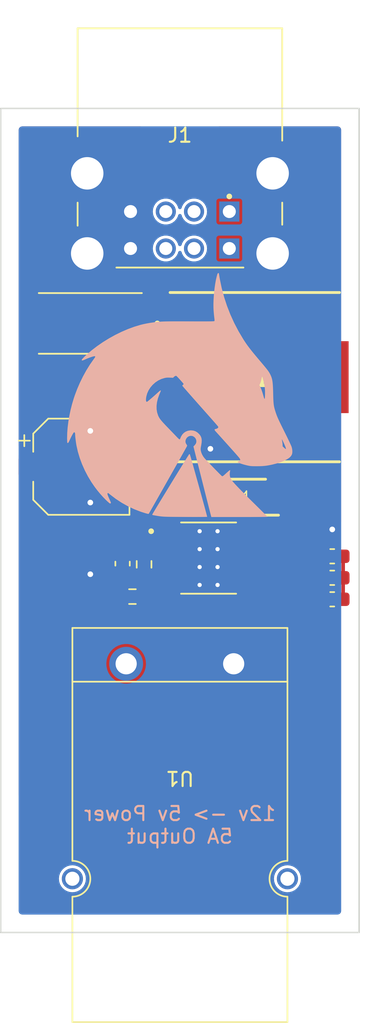
<source format=kicad_pcb>
(kicad_pcb (version 20211014) (generator pcbnew)
  (layers (0 "F.Cu" signal) (31 "B.Cu" signal) (34 "B.Paste" user) (35 "F.Paste" user) (36 "B.SilkS" user "B.Silkscreen") (37 "F.SilkS" user "F.Silkscreen") (38 "B.Mask" user) (39 "F.Mask" user) (44 "Edge.Cuts" user))
  (net 0 "")
  (net 1 "Net-(C2-Pad1)")
  (net 2 "+12V")
  (net 3 "GND")
  (net 4 "+5V")
  (net 5 "Net-(R1-Pad1)")
  (net 13 "/PH")
  (footprint "01-rickbassham:CONV_TPS5450DDAR" (layer "F.Cu") (at 80.772 102.997)
    (fp_text reference "U4" hide)
    (fp_text value "TPS5450DDAR")
    (fp_line (start -1.95 2.525) (end 1.95 2.525) (layer "F.SilkS") (width 0.127))
    (fp_line (start -1.95 -2.525) (end 1.95 -2.525) (layer "F.SilkS") (width 0.127))
    (fp_circle (center -4.07 -1.905) (end -3.97 -1.905) (layer "F.SilkS") (width 0.2) (fill none))
    (pad "1" smd roundrect (at -2.7 -1.905) (size 1.55 0.6) (layers "F.Cu" "F.Paste") (roundrect_rratio 0.03) (net 1 "Net-(C2-Pad1)"))
    (pad "2" smd roundrect (at -2.7 -0.635) (size 1.55 0.6) (layers "F.Cu" "F.Paste") (roundrect_rratio 0.03))
    (pad "3" smd roundrect (at -2.7 0.635) (size 1.55 0.6) (layers "F.Cu" "F.Paste") (roundrect_rratio 0.03))
    (pad "4" smd roundrect (at -2.7 1.905) (size 1.55 0.6) (layers "F.Cu" "F.Paste") (roundrect_rratio 0.03) (net 5 "Net-(R1-Pad1)"))
    (pad "5" smd roundrect (at 2.7 1.905) (size 1.55 0.6) (layers "F.Cu" "F.Paste") (roundrect_rratio 0.03))
    (pad "6" smd roundrect (at 2.7 0.635) (size 1.55 0.6) (layers "F.Cu" "F.Paste") (roundrect_rratio 0.03) (net 3 "GND"))
    (pad "7" smd roundrect (at 2.7 -0.635) (size 1.55 0.6) (layers "F.Cu" "F.Paste") (roundrect_rratio 0.03) (net 2 "+12V"))
    (pad "8" smd roundrect (at 2.7 -1.905) (size 1.55 0.6) (layers "F.Cu" "F.Paste") (roundrect_rratio 0.03) (net 13 "/PH"))
    (pad "9" smd rect (at 0 0) (size 2.95 4.9) (layers "F.Cu") (net 3 "GND"))
    (pad "9" thru_hole circle (at -0.635 -1.905) (size 0.5 0.5) (drill 0.3) (layers *.Cu) (net 3 "GND"))
    (pad "9" thru_hole circle (at 0.635 1.905) (size 0.5 0.5) (drill 0.3) (layers *.Cu) (net 3 "GND"))
    (pad "9" thru_hole circle (at -0.635 0.635) (size 0.5 0.5) (drill 0.3) (layers *.Cu) (net 3 "GND"))
    (pad "9" thru_hole circle (at 0.635 -1.905) (size 0.5 0.5) (drill 0.3) (layers *.Cu) (net 3 "GND"))
    (pad "9" thru_hole circle (at -0.635 -0.635) (size 0.5 0.5) (drill 0.3) (layers *.Cu) (net 3 "GND"))
    (pad "9" thru_hole circle (at 0.635 0.635) (size 0.5 0.5) (drill 0.3) (layers *.Cu) (net 3 "GND"))
    (pad "9" thru_hole circle (at -0.635 1.905) (size 0.5 0.5) (drill 0.3) (layers *.Cu) (net 3 "GND"))
    (pad "9" thru_hole circle (at 0.635 -0.635) (size 0.5 0.5) (drill 0.3) (layers *.Cu) (net 3 "GND"))
  )
  (footprint "01-rickbassham:INDPM120120X800N" (layer "F.Cu") (at 84.044 90.17 180)
    (fp_text reference "L1" (at 0 0) (layer "F.SilkS") (effects (font (size 1.27 1.27) (thickness 0.254))))
    (fp_text value "15uH" hide)
    (fp_line (start -6 6) (end 6 6) (layer "F.SilkS") (width 0.2))
    (fp_line (start 6 -6) (end -6 -6) (layer "F.SilkS") (width 0.2))
    (pad "1" smd rect (at -5.05 0 180) (size 3.2 5.1) (layers "F.Cu" "F.Paste" "F.Mask") (net 13 "/PH"))
    (pad "2" smd rect (at 5.05 0 180) (size 3.2 5.1) (layers "F.Cu" "F.Paste" "F.Mask") (net 4 "+5V"))
  )
  (footprint "01-rickbassham:CAP_6TPB330ML" (layer "F.Cu") (at 72.39 86.36 180)
    (fp_text reference "C6" (at -2.468 -3.0564 180) (layer "F.SilkS") (effects (font (size 0.64 0.64))))
    (fp_text value "330uF")
    (fp_line (start -3.65 2.15) (end 3.65 2.15) (layer "F.SilkS") (width 0.127))
    (fp_line (start -3.65 -2.15) (end 3.65 -2.15) (layer "F.SilkS") (width 0.127))
    (fp_circle (center -4.75 0) (end -4.65 0) (layer "F.SilkS") (width 0.2) (fill none))
    (pad "1" smd rect (at -3.05 0 180) (size 2.4 2.9) (layers "F.Cu" "F.Paste" "F.Mask") (net 4 "+5V"))
    (pad "2" smd rect (at 3.05 0 180) (size 2.4 2.9) (layers "F.Cu" "F.Paste" "F.Mask") (net 3 "GND"))
  )
  (footprint "01-rickbassham:SODFL4626X120N" (layer "F.Cu") (at 83.058 98.679 180)
    (fp_text reference "D1" (at 0 0) (layer "F.SilkS") (effects (font (size 0.8 0.8) (thickness 0.1))))
    (fp_text value "40V_5A" hide)
    (fp_line (start -2.665 -1.275) (end 1.75 -1.275) (layer "F.SilkS") (width 0.2))
    (fp_line (start -1.75 1.275) (end 1.75 1.275) (layer "F.SilkS") (width 0.2))
    (pad "1" smd rect (at -1.9 0 180) (size 1.53 1.63) (layers "F.Cu" "F.Paste" "F.Mask") (net 13 "/PH"))
    (pad "2" smd rect (at 1.9 0 180) (size 1.53 1.63) (layers "F.Cu" "F.Paste" "F.Mask") (net 3 "GND"))
  )
  (footprint "Capacitor_SMD:C_0603_1608Metric" (layer "F.Cu") (at 89.535 102.87)
    (fp_text reference "C4" hide)
    (fp_text value "4.7uF")
    (fp_line (start -0.14058 -0.51) (end 0.14058 -0.51) (layer "F.SilkS") (width 0.12))
    (fp_line (start -0.14058 0.51) (end 0.14058 0.51) (layer "F.SilkS") (width 0.12))
    (pad "1" smd roundrect (at -0.775 0) (size 0.9 0.95) (layers "F.Cu" "F.Paste" "F.Mask") (net 2 "+12V"))
    (pad "2" smd roundrect (at 0.775 0) (size 0.9 0.95) (layers "F.Cu" "F.Paste" "F.Mask") (net 3 "GND"))
  )
  (footprint "Capacitor_SMD:CP_Elec_6.3x7.7" (layer "F.Cu") (at 71.755 96.52)
    (fp_text reference "C1" hide)
    (fp_text value "470uF")
    (fp_line (start -2.345563 -3.41) (end 3.41 -3.41) (layer "F.SilkS") (width 0.12))
    (fp_line (start 3.41 3.41) (end 3.41 1.06) (layer "F.SilkS") (width 0.12))
    (fp_line (start -3.41 -2.345563) (end -2.345563 -3.41) (layer "F.SilkS") (width 0.12))
    (fp_line (start -4.4375 -1.8475) (end -3.65 -1.8475) (layer "F.SilkS") (width 0.12))
    (fp_line (start -2.345563 3.41) (end 3.41 3.41) (layer "F.SilkS") (width 0.12))
    (fp_line (start -3.41 2.345563) (end -2.345563 3.41) (layer "F.SilkS") (width 0.12))
    (fp_line (start -3.41 2.345563) (end -3.41 1.06) (layer "F.SilkS") (width 0.12))
    (fp_line (start -3.41 -2.345563) (end -3.41 -1.06) (layer "F.SilkS") (width 0.12))
    (fp_line (start -4.04375 -2.24125) (end -4.04375 -1.45375) (layer "F.SilkS") (width 0.12))
    (fp_line (start 3.41 -3.41) (end 3.41 -1.06) (layer "F.SilkS") (width 0.12))
    (pad "1" smd roundrect (at -2.7 0) (size 3.5 1.6) (layers "F.Cu" "F.Paste" "F.Mask") (roundrect_rratio 0.15625) (net 2 "+12V"))
    (pad "2" smd roundrect (at 2.7 0) (size 3.5 1.6) (layers "F.Cu" "F.Paste" "F.Mask") (roundrect_rratio 0.15625) (net 3 "GND"))
  )
  (footprint "Capacitor_SMD:C_0603_1608Metric" (layer "F.Cu") (at 74.676 103.391 -90)
    (fp_text reference "C7" hide)
    (fp_text value "0.01uF")
    (fp_line (start -0.14058 -0.51) (end 0.14058 -0.51) (layer "F.SilkS") (width 0.12))
    (fp_line (start -0.14058 0.51) (end 0.14058 0.51) (layer "F.SilkS") (width 0.12))
    (pad "1" smd roundrect (at -0.775 0 270) (size 0.9 0.95) (layers "F.Cu" "F.Paste" "F.Mask") (net 4 "+5V"))
    (pad "2" smd roundrect (at 0.775 0 270) (size 0.9 0.95) (layers "F.Cu" "F.Paste" "F.Mask") (net 3 "GND"))
  )
  (footprint "Capacitor_SMD:C_0603_1608Metric" (layer "F.Cu") (at 89.535 105.918)
    (fp_text reference "C5" hide)
    (fp_text value "0.01uF")
    (fp_line (start -0.14058 -0.51) (end 0.14058 -0.51) (layer "F.SilkS") (width 0.12))
    (fp_line (start -0.14058 0.51) (end 0.14058 0.51) (layer "F.SilkS") (width 0.12))
    (pad "1" smd roundrect (at -0.775 0) (size 0.9 0.95) (layers "F.Cu" "F.Paste" "F.Mask") (net 2 "+12V"))
    (pad "2" smd roundrect (at 0.775 0) (size 0.9 0.95) (layers "F.Cu" "F.Paste" "F.Mask") (net 3 "GND"))
  )
  (footprint "Capacitor_SMD:C_0603_1608Metric" (layer "F.Cu") (at 78.613 99.441)
    (fp_text reference "C2" hide)
    (fp_text value "0.01uF")
    (fp_line (start -0.14058 -0.51) (end 0.14058 -0.51) (layer "F.SilkS") (width 0.12))
    (fp_line (start -0.14058 0.51) (end 0.14058 0.51) (layer "F.SilkS") (width 0.12))
    (pad "1" smd roundrect (at -0.775 0) (size 0.9 0.95) (layers "F.Cu" "F.Paste" "F.Mask") (net 1 "Net-(C2-Pad1)"))
    (pad "2" smd roundrect (at 0.775 0) (size 0.9 0.95) (layers "F.Cu" "F.Paste" "F.Mask") (net 13 "/PH"))
  )
  (footprint "Resistor_SMD:R_0603_1608Metric" (layer "F.Cu") (at 75.375 105.727)
    (fp_text reference "R2" hide)
    (fp_text value "3.16k")
    (fp_line (start -0.237258 -0.5225) (end 0.237258 -0.5225) (layer "F.SilkS") (width 0.12))
    (fp_line (start -0.237258 0.5225) (end 0.237258 0.5225) (layer "F.SilkS") (width 0.12))
    (pad "1" smd roundrect (at -0.825 0) (size 0.8 0.95) (layers "F.Cu" "F.Paste" "F.Mask") (net 3 "GND"))
    (pad "2" smd roundrect (at 0.825 0) (size 0.8 0.95) (layers "F.Cu" "F.Paste" "F.Mask") (net 5 "Net-(R1-Pad1)"))
  )
  (footprint "01-rickbassham:PP25-1317G12-BK" (layer "F.Cu") (at 78.74 118.11 180)
    (fp_text reference "U1" (at 0 -0.5 180 unlocked) (layer "F.SilkS"))
    (fp_text value "PP25-1317G12-BK")
    (fp_line (start -7.62 10.16) (end 7.62 10.16) (layer "F.SilkS") (width 0.12))
    (fp_line (start -7.62 -6.35) (end -7.62 10.16) (layer "F.SilkS") (width 0.12))
    (fp_line (start 7.62 -17.78) (end 7.62 -8.89) (layer "F.SilkS") (width 0.12))
    (fp_line (start -7.62 -17.78) (end -7.62 -8.89) (layer "F.SilkS") (width 0.12))
    (fp_line (start 7.62 -6.35) (end 7.62 10.16) (layer "F.SilkS") (width 0.12))
    (fp_line (start -7.62 6.35) (end 7.62 6.35) (layer "F.SilkS") (width 0.12))
    (fp_line (start -7.62 -17.78) (end 7.62 -17.78) (layer "F.SilkS") (width 0.12))
    (fp_arc (start -7.62 -8.89) (mid -6.35 -7.62) (end -7.62 -6.35) (layer "F.SilkS") (width 0.12))
    (fp_arc (start 7.62 -6.35) (mid 6.35 -7.62) (end 7.62 -8.89) (layer "F.SilkS") (width 0.12))
    (pad "" thru_hole circle (at 7.62 -7.62 180) (size 1.5 1.5) (drill 1) (layers *.Cu *.Mask))
    (pad "" thru_hole circle (at -7.62 -7.62 180) (size 1.5 1.5) (drill 1) (layers *.Cu *.Mask))
    (pad "1" thru_hole circle (at 3.81 7.62 180) (size 2.4 2.4) (drill 1.5) (layers *.Cu *.Mask) (net 2 "+12V"))
    (pad "2" thru_hole circle (at -3.81 7.62 180) (size 2.4 2.4) (drill 1.5) (layers *.Cu *.Mask) (net 3 "GND"))
  )
  (footprint "Capacitor_SMD:C_0603_1608Metric" (layer "F.Cu") (at 89.535 104.394)
    (fp_text reference "C3" hide)
    (fp_text value "4.7uF")
    (fp_line (start -0.14058 0.51) (end 0.14058 0.51) (layer "F.SilkS") (width 0.12))
    (fp_line (start -0.14058 -0.51) (end 0.14058 -0.51) (layer "F.SilkS") (width 0.12))
    (pad "1" smd roundrect (at -0.775 0) (size 0.9 0.95) (layers "F.Cu" "F.Paste" "F.Mask") (net 2 "+12V"))
    (pad "2" smd roundrect (at 0.775 0) (size 0.9 0.95) (layers "F.Cu" "F.Paste" "F.Mask") (net 3 "GND"))
  )
  (footprint "Resistor_SMD:R_0603_1608Metric" (layer "F.Cu") (at 76.2 103.441 90)
    (fp_text reference "R1" hide)
    (fp_text value "10k")
    (fp_line (start -0.237258 -0.5225) (end 0.237258 -0.5225) (layer "F.SilkS") (width 0.12))
    (fp_line (start -0.237258 0.5225) (end 0.237258 0.5225) (layer "F.SilkS") (width 0.12))
    (pad "1" smd roundrect (at -0.825 0 90) (size 0.8 0.95) (layers "F.Cu" "F.Paste" "F.Mask") (net 5 "Net-(R1-Pad1)"))
    (pad "2" smd roundrect (at 0.825 0 90) (size 0.8 0.95) (layers "F.Cu" "F.Paste" "F.Mask") (net 4 "+5V"))
  )
  (footprint "01-rickbassham:TE_1903815-1" (layer "F.Cu") (at 82.24 78.43 180)
    (fp_text reference "J1" (at 3.5 5.405) (layer "F.SilkS") (effects (font (size 1.00174 1.00174))))
    (fp_text value "1903815-1")
    (fp_line (start -3.75 -0.93) (end -3.75 0.63) (layer "F.SilkS") (width 0.127))
    (fp_line (start 10.75 12.99) (end 10.75 5.33) (layer "F.SilkS") (width 0.127))
    (fp_line (start 10.75 -1) (end 10.75 0.63) (layer "F.SilkS") (width 0.127))
    (fp_line (start -3.75 5.03) (end -3.75 12.99) (layer "F.SilkS") (width 0.127))
    (fp_line (start -1 -3.97) (end 8 -3.97) (layer "F.SilkS") (width 0.127))
    (fp_line (start -3.75 12.99) (end 10.75 12.99) (layer "F.SilkS") (width 0.127))
    (fp_circle (center 0 1.072) (end 0.1 1.072) (layer "F.SilkS") (width 0.2) (fill none))
    (pad "1" thru_hole rect (at 0 0 180) (size 1.428 1.428) (drill 0.92) (layers *.Cu *.Mask) (net 4 "+5V"))
    (pad "2" thru_hole circle (at 2.5 0 180) (size 1.428 1.428) (drill 0.92) (layers *.Cu *.Mask))
    (pad "3" thru_hole circle (at 4.5 0 180) (size 1.428 1.428) (drill 0.92) (layers *.Cu *.Mask))
    (pad "4" thru_hole circle (at 7 0 180) (size 1.428 1.428) (drill 0.92) (layers *.Cu *.Mask) (net 3 "GND"))
    (pad "5" thru_hole rect (at 0 -2.62 180) (size 1.428 1.428) (drill 0.92) (layers *.Cu *.Mask) (net 4 "+5V"))
    (pad "6" thru_hole circle (at 2.5 -2.62 180) (size 1.428 1.428) (drill 0.92) (layers *.Cu *.Mask))
    (pad "7" thru_hole circle (at 4.5 -2.62 180) (size 1.428 1.428) (drill 0.92) (layers *.Cu *.Mask))
    (pad "8" thru_hole circle (at 7 -2.62 180) (size 1.428 1.428) (drill 0.92) (layers *.Cu *.Mask) (net 3 "GND"))
    (pad "P1" thru_hole circle (at -3.07 -2.97 180) (size 3.316 3.316) (drill 2.3) (layers *.Cu *.Mask) (net 3 "GND"))
    (pad "P2" thru_hole circle (at 10.07 -2.97 180) (size 3.316 3.316) (drill 2.3) (layers *.Cu *.Mask) (net 3 "GND"))
    (pad "P3" thru_hole circle (at -3.07 2.71 180) (size 3.316 3.316) (drill 2.3) (layers *.Cu *.Mask) (net 3 "GND"))
    (pad "P4" thru_hole circle (at 10.07 2.71 180) (size 3.316 3.316) (drill 2.3) (layers *.Cu *.Mask) (net 3 "GND"))
  )
  (footprint "01-rickbassham:logo" (layer "B.Cu") (at 78.74 91.44 180)
    (fp_text reference "G***" hide)
    (fp_text value "LOGO" hide)
    (fp_poly (pts (xy -0.653593 -4.1947) (xy -0.640654 -4.212396) (xy -0.609905 -4.259479) (xy -0.562713 -4.333713) (xy -0.500446 -4.432861) (xy -0.424472 -4.554686) (xy -0.336157 -4.696951) (xy -0.236868 -4.857421) (xy -0.127974 -5.033858) (xy -0.010842 -5.224026) (xy 0.113162 -5.425688) (xy 0.24267 -5.636608) (xy 0.376314 -5.854549) (xy 0.512728 -6.077275) (xy 0.650543 -6.302549) (xy 0.788393 -6.528133) (xy 0.924911 -6.751793) (xy 1.058728 -6.971291) (xy 1.188478 -7.184391) (xy 1.312793 -7.388855) (xy 1.430306 -7.582448) (xy 1.53965 -7.762933) (xy 1.639457 -7.928073) (xy 1.728361 -8.075631) (xy 1.804992 -8.203372) (xy 1.867986 -8.309058) (xy 1.915973 -8.390453) (xy 1.947587 -8.44532) (xy 1.96146 -8.471424) (xy 1.961998 -8.473133) (xy 1.959135 -8.485974) (xy 1.946227 -8.496648) (xy 1.917581 -8.506844) (xy 1.8675 -8.518253) (xy 1.790288 -8.532564) (xy 1.72172 -8.544416) (xy 1.630835 -8.559877) (xy 1.549077 -8.573429) (xy 1.473405 -8.585212) (xy 1.400777 -8.595362) (xy 1.328151 -8.604019) (xy 1.252486 -8.61132) (xy 1.17074 -8.617403) (xy 1.079872 -8.622407) (xy 0.97684 -8.626469) (xy 0.858602 -8.629729) (xy 0.722117 -8.632323) (xy 0.564343 -8.63439) (xy 0.382239 -8.636069) (xy 0.172763 -8.637496) (xy -0.067127 -8.638812) (xy -0.340472 -8.640153) (xy -0.391653 -8.640399) (xy -0.628502 -8.641348) (xy -0.854016 -8.641883) (xy -1.065496 -8.642019) (xy -1.26024 -8.64177) (xy -1.43555 -8.641152) (xy -1.588726 -8.64018) (xy -1.717066 -8.638868) (xy -1.817872 -8.637233) (xy -1.888444 -8.635289) (xy -1.92608 -8.633051) (xy -1.931732 -8.631788) (xy -1.928216 -8.612181) (xy -1.915407 -8.559556) (xy -1.894031 -8.476539) (xy -1.864816 -8.365755) (xy -1.82849 -8.229833) (xy -1.785781 -8.071396) (xy -1.737415 -7.893072) (xy -1.684121 -7.697487) (xy -1.626626 -7.487267) (xy -1.565657 -7.265038) (xy -1.501942 -7.033426) (xy -1.436209 -6.795057) (xy -1.369184 -6.552558) (xy -1.301596 -6.308555) (xy -1.234173 -6.065673) (xy -1.167641 -5.826539) (xy -1.102728 -5.593779) (xy -1.040162 -5.37002) (xy -0.98067 -5.157886) (xy -0.92498 -4.960006) (xy -0.873819 -4.779003) (xy -0.827915 -4.617506) (xy -0.787995 -4.47814) (xy -0.754787 -4.36353) (xy -0.729019 -4.276304) (xy -0.711418 -4.219087) (xy -0.702711 -4.194506) (xy -0.702268 -4.193842) (xy -0.671467 -4.186437)) (layer "B.SilkS") (width 0) (fill solid))
    (fp_poly (pts (xy -2.699965 8.642174) (xy -2.681608 8.628187) (xy -2.664441 8.598221) (xy -2.645895 8.546833) (xy -2.6234 8.468578) (xy -2.604137 8.3957) (xy -2.550431 8.162102) (xy -2.502415 7.900042) (xy -2.460856 7.617758) (xy -2.426516 7.323483) (xy -2.400162 7.025455) (xy -2.382557 6.731908) (xy -2.374465 6.451079) (xy -2.376653 6.191204) (xy -2.38447 6.029647) (xy -2.393988 5.903258) (xy -2.405592 5.769432) (xy -2.418066 5.641086) (xy -2.430195 5.531135) (xy -2.435085 5.492093) (xy -2.447262 5.392199) (xy -2.453002 5.322849) (xy -2.452469 5.278154) (xy -2.445827 5.252224) (xy -2.441925 5.246292) (xy -2.434193 5.241795) (xy -2.417529 5.237852) (xy -2.389828 5.234437) (xy -2.348981 5.231526) (xy -2.292882 5.229092) (xy -2.219423 5.227111) (xy -2.126497 5.225557) (xy -2.011998 5.224406) (xy -1.873819 5.223631) (xy -1.709851 5.223209) (xy -1.517989 5.223112) (xy -1.296125 5.223317) (xy -1.042152 5.223798) (xy -0.753962 5.22453) (xy -0.649904 5.224825) (xy -0.338881 5.22567) (xy -0.062046 5.226244) (xy 0.183439 5.226466) (xy 0.400414 5.226258) (xy 0.591716 5.225541) (xy 0.760184 5.224234) (xy 0.908655 5.222258) (xy 1.039969 5.219535) (xy 1.156962 5.215983) (xy 1.262475 5.211525) (xy 1.359344 5.20608) (xy 1.450409 5.199569) (xy 1.538506 5.191912) (xy 1.626476 5.183031) (xy 1.717155 5.172845) (xy 1.813383 5.161275) (xy 1.869825 5.154278) (xy 2.110353 5.119644) (xy 2.359436 5.07543) (xy 2.60121 5.02467) (xy 2.793829 4.977398) (xy 3.235642 4.844366) (xy 3.684773 4.679288) (xy 4.13618 4.485023) (xy 4.584823 4.264428) (xy 5.025663 4.020362) (xy 5.453659 3.755681) (xy 5.863771 3.473245) (xy 6.250958 3.17591) (xy 6.61018 2.866535) (xy 6.752403 2.732824) (xy 6.842555 2.643399) (xy 6.905859 2.574566) (xy 6.944128 2.523477) (xy 6.959176 2.487283) (xy 6.952814 2.463135) (xy 6.932333 2.450108) (xy 6.903939 2.452737) (xy 6.851284 2.468844) (xy 6.783276 2.495452) (xy 6.742574 2.513478) (xy 6.610348 2.572015) (xy 6.479771 2.625313) (xy 6.355981 2.671661) (xy 6.244117 2.709348) (xy 6.14932 2.736663) (xy 6.076729 2.751895) (xy 6.031483 2.753334) (xy 6.026362 2.751891) (xy 6.007151 2.739812) (xy 6.002043 2.720123) (xy 6.013072 2.688197) (xy 6.042273 2.639405) (xy 6.091681 2.569119) (xy 6.128884 2.518713) (xy 6.386587 2.149928) (xy 6.633526 1.75111) (xy 6.866563 1.328458) (xy 7.082557 0.888172) (xy 7.278369 0.436452) (xy 7.450858 -0.020503) (xy 7.52172 -0.231414) (xy 7.643737 -0.640216) (xy 7.749267 -1.057083) (xy 7.837324 -1.475978) (xy 7.90692 -1.890866) (xy 7.957067 -2.295711) (xy 7.986779 -2.684476) (xy 7.995068 -3.051127) (xy 7.994105 -3.119461) (xy 7.991743 -3.226061) (xy 7.989122 -3.301158) (xy 7.985302 -3.350268) (xy 7.979342 -3.378908) (xy 7.970303 -3.392594) (xy 7.957243 -3.396843) (xy 7.946767 -3.397157) (xy 7.927007 -3.392385) (xy 7.906888 -3.374612) (xy 7.883018 -3.338652) (xy 7.852006 -3.27932) (xy 7.81046 -3.191431) (xy 7.806291 -3.182383) (xy 7.743764 -3.049919) (xy 7.683661 -2.929002) (xy 7.628299 -2.823833) (xy 7.579994 -2.738612) (xy 7.541063 -2.67754) (xy 7.513821 -2.644819) (xy 7.507745 -2.64094) (xy 7.469998 -2.642251) (xy 7.442323 -2.676233) (xy 7.426633 -2.739444) (xy 7.423761 -2.792289) (xy 7.420584 -2.875027) (xy 7.411754 -2.98527) (xy 7.398324 -3.114105) (xy 7.381348 -3.252624) (xy 7.361879 -3.391916) (xy 7.340968 -3.52307) (xy 7.330399 -3.582289) (xy 7.231876 -4.020145) (xy 7.099504 -4.461969) (xy 6.935402 -4.902944) (xy 6.74169 -5.338253) (xy 6.520487 -5.763078) (xy 6.273914 -6.172603) (xy 6.041736 -6.510874) (xy 5.851543 -6.760549) (xy 5.65079 -7.003488) (xy 5.446351 -7.231866) (xy 5.245097 -7.437859) (xy 5.14129 -7.536001) (xy 5.066008 -7.603986) (xy 5.012244 -7.649529) (xy 4.974978 -7.676013) (xy 4.949192 -7.686818) (xy 4.929868 -7.685325) (xy 4.923761 -7.682555) (xy 4.894692 -7.657003) (xy 4.887464 -7.638324) (xy 4.894876 -7.611896) (xy 4.91487 -7.560378) (xy 4.944078 -7.492096) (xy 4.96766 -7.439959) (xy 5.032399 -7.297057) (xy 5.080597 -7.183857) (xy 5.113251 -7.097454) (xy 5.131358 -7.034942) (xy 5.135915 -6.993414) (xy 5.128581 -6.970728) (xy 5.104009 -6.947302) (xy 5.093469 -6.942443) (xy 5.07507 -6.953472) (xy 5.035042 -6.983117) (xy 4.980166 -7.026244) (xy 4.943003 -7.056398) (xy 4.54391 -7.360667) (xy 4.124255 -7.635977) (xy 3.687094 -7.880703) (xy 3.235479 -8.093223) (xy 2.772466 -8.271915) (xy 2.48047 -8.365162) (xy 2.374012 -8.395449) (xy 2.297922 -8.414445) (xy 2.247599 -8.423031) (xy 2.218443 -8.422089) (xy 2.209012 -8.41714) (xy 2.197935 -8.399218) (xy 2.169913 -8.351215) (xy 2.126177 -8.27531) (xy 2.06796 -8.173678) (xy 1.996491 -8.048498) (xy 1.913003 -7.901947) (xy 1.818727 -7.736203) (xy 1.714895 -7.553442) (xy 1.602737 -7.355842) (xy 1.483485 -7.145581) (xy 1.35837 -6.924836) (xy 1.228625 -6.695784) (xy 1.095479 -6.460603) (xy 0.960165 -6.221469) (xy 0.823914 -5.980561) (xy 0.687957 -5.740056) (xy 0.553525 -5.50213) (xy 0.421851 -5.268963) (xy 0.294164 -5.04273) (xy 0.171698 -4.825609) (xy 0.055682 -4.619777) (xy -0.052651 -4.427413) (xy -0.15207 -4.250693) (xy -0.241345 -4.091794) (xy -0.319243 -3.952895) (xy -0.384533 -3.836172) (xy -0.435984 -3.743803) (xy -0.472364 -3.677965) (xy -0.492442 -3.640835) (xy -0.495304 -3.635206) (xy -0.511391 -3.595864) (xy -0.509935 -3.566456) (xy -0.488412 -3.530281) (xy -0.477113 -3.514871) (xy -0.416388 -3.409987) (xy -0.392021 -3.305543) (xy -0.403589 -3.197712) (xy -0.433247 -3.117294) (xy -0.496626 -3.02042) (xy -0.581423 -2.948261) (xy -0.680927 -2.903572) (xy -0.788427 -2.889108) (xy -0.897214 -2.907623) (xy -0.921622 -2.916798) (xy -1.022495 -2.977512) (xy -1.099852 -3.062446) (xy -1.149269 -3.165089) (xy -1.166326 -3.277004) (xy -1.156834 -3.367361) (xy -1.125186 -3.448095) (xy -1.066625 -3.529498) (xy -1.032331 -3.566912) (xy -0.957902 -3.6441) (xy -1.552811 -6.001387) (xy -1.626224 -6.292196) (xy -1.697623 -6.574862) (xy -1.766432 -6.847113) (xy -1.832077 -7.106679) (xy -1.89398 -7.351289) (xy -1.951567 -7.578671) (xy -2.004262 -7.786556) (xy -2.051488 -7.972673) (xy -2.092671 -8.134749) (xy -2.127235 -8.270515) (xy -2.154604 -8.3777) (xy -2.174201 -8.454032) (xy -2.185453 -8.497241) (xy -2.186771 -8.50215) (xy -2.225823 -8.645627) (xy -4.213859 -8.645627) (xy -4.507404 -8.645475) (xy -4.783969 -8.645029) (xy -5.041657 -8.644305) (xy -5.278572 -8.643319) (xy -5.492816 -8.642088) (xy -5.682493 -8.640625) (xy -5.845706 -8.638949) (xy -5.980557 -8.637074) (xy -6.085151 -8.635016) (xy -6.15759 -8.632791) (xy -6.195977 -8.630416) (xy -6.201895 -8.629005) (xy -6.189033 -8.613542) (xy -6.151876 -8.57431) (xy -6.09257 -8.51346) (xy -6.01326 -8.433144) (xy -5.916091 -8.335514) (xy -5.803209 -8.22272) (xy -5.676758 -8.096915) (xy -5.538884 -7.96025) (xy -5.391732 -7.814877) (xy -5.302036 -7.72649) (xy -5.035065 -7.462987) (xy -4.794222 -7.223816) (xy -4.578592 -7.008017) (xy -4.387263 -6.81463) (xy -4.219319 -6.642695) (xy -4.073848 -6.491253) (xy -3.949934 -6.359344) (xy -3.846665 -6.246007) (xy -3.763125 -6.150283) (xy -3.698402 -6.071212) (xy -3.651581 -6.007834) (xy -3.625004 -5.965274) (xy -3.559718 -5.812472) (xy -3.530304 -5.658035) (xy -3.537251 -5.504546) (xy -3.537506 -5.503025) (xy -3.55086 -5.421576) (xy -3.557894 -5.369532) (xy -3.558906 -5.339866) (xy -3.554193 -5.325553) (xy -3.545262 -5.319978) (xy -3.525983 -5.329653) (xy -3.484869 -5.360623) (xy -3.426986 -5.408738) (xy -3.357399 -5.469851) (xy -3.313848 -5.509456) (xy -3.21907 -5.596236) (xy -3.14706 -5.66055) (xy -3.093688 -5.705377) (xy -3.054826 -5.733694) (xy -3.026343 -5.748482) (xy -3.00411 -5.752718) (xy -2.983997 -5.749382) (xy -2.982059 -5.748783) (xy -2.963252 -5.733781) (xy -2.922021 -5.695044) (xy -2.861415 -5.635711) (xy -2.784479 -5.558924) (xy -2.694261 -5.467821) (xy -2.593807 -5.365541) (xy -2.486165 -5.255225) (xy -2.374381 -5.140012) (xy -2.261502 -5.023041) (xy -2.150575 -4.907453) (xy -2.044647 -4.796386) (xy -1.946765 -4.692981) (xy -1.859976 -4.600378) (xy -1.787326 -4.521714) (xy -1.735862 -4.464657) (xy -1.650838 -4.351306) (xy -1.575756 -4.218508) (xy -1.517258 -4.079823) (xy -1.48199 -3.948809) (xy -1.481392 -3.945327) (xy -1.473007 -3.889225) (xy -1.469362 -3.839864) (xy -1.471112 -3.788232) (xy -1.47891 -3.725318) (xy -1.49341 -3.642109) (xy -1.50939 -3.559373) (xy -1.538296 -3.378018) (xy -1.547145 -3.223145) (xy -1.535003 -3.089529) (xy -1.500939 -2.971947) (xy -1.44402 -2.865177) (xy -1.368437 -2.769558) (xy -1.24114 -2.651216) (xy -1.106331 -2.568185) (xy -0.96037 -2.518952) (xy -0.799617 -2.502005) (xy -0.729347 -2.503989) (xy -0.561152 -2.531803) (xy -0.409267 -2.592033) (xy -0.276274 -2.682711) (xy -0.164753 -2.801866) (xy -0.077285 -2.947529) (xy -0.044455 -3.026689) (xy -0.019592 -3.085253) (xy 0.005316 -3.127567) (xy 0.022956 -3.143438) (xy 0.04587 -3.132855) (xy 0.087276 -3.099981) (xy 0.14099 -3.050135) (xy 0.192379 -2.997681) (xy 0.238123 -2.949445) (xy 0.305714 -2.878706) (xy 0.391229 -2.789546) (xy 0.490743 -2.686046) (xy 0.60033 -2.572288) (xy 0.716068 -2.452354) (xy 0.834031 -2.330324) (xy 0.834527 -2.329812) (xy 0.981792 -2.176774) (xy 1.105259 -2.046287) (xy 1.207607 -1.935023) (xy 1.291516 -1.839653) (xy 1.359666 -1.756847) (xy 1.414737 -1.683277) (xy 1.459409 -1.615613) (xy 1.496362 -1.550526) (xy 1.528276 -1.484688) (xy 1.544007 -1.448484) (xy 1.614444 -1.233522) (xy 1.651285 -1.00451) (xy 1.654616 -0.762775) (xy 1.624525 -0.509644) (xy 1.561098 -0.246441) (xy 1.464421 0.025505) (xy 1.444628 0.072645) (xy 1.40936 0.156452) (xy 1.380215 0.22881) (xy 1.360006 0.282502) (xy 1.35155 0.310311) (xy 1.351458 0.311493) (xy 1.357466 0.329409) (xy 1.377267 0.328545) (xy 1.413526 0.307156) (xy 1.468908 0.263495) (xy 1.54608 0.195817) (xy 1.592128 0.153843) (xy 1.690167 0.064699) (xy 1.793449 -0.027482) (xy 1.898072 -0.119385) (xy 2.00013 -0.207699) (xy 2.095722 -0.289109) (xy 2.180944 -0.360303) (xy 2.251891 -0.417968) (xy 2.304661 -0.458791) (xy 2.33535 -0.479459) (xy 2.340516 -0.481341) (xy 2.376994 -0.464531) (xy 2.399059 -0.415218) (xy 2.406535 -0.335081) (xy 2.399246 -0.225798) (xy 2.380078 -0.10476) (xy 2.318949 0.117307) (xy 2.222728 0.331588) (xy 2.09304 0.535059) (xy 1.936648 0.719404) (xy 1.745461 0.892386) (xy 1.538475 1.031904) (xy 1.315763 1.137918) (xy 1.099253 1.205294) (xy 1.01643 1.223257) (xy 0.942358 1.233932) (xy 0.864027 1.238322) (xy 0.768426 1.237429) (xy 0.709653 1.235297) (xy 0.484394 1.22591) (xy 0.43441 1.278082) (xy 0.378232 1.325454) (xy 0.321002 1.355351) (xy 0.272603 1.363391) (xy 0.254676 1.357768) (xy 0.229092 1.336271) (xy 0.185488 1.293372) (xy 0.128491 1.234193) (xy 0.062724 1.163855) (xy -0.007186 1.087478) (xy -0.076616 1.010182) (xy -0.14094 0.937089) (xy -0.195534 0.87332) (xy -0.235771 0.823994) (xy -0.257028 0.794233) (xy -0.259184 0.788828) (xy -0.244554 0.751215) (xy -0.210056 0.715038) (xy -0.181201 0.699103) (xy -0.167471 0.682174) (xy -0.176242 0.653313) (xy -0.190868 0.634322) (xy -0.228394 0.589598) (xy -0.287123 0.521082) (xy -0.365355 0.430713) (xy -0.461392 0.320434) (xy -0.573536 0.192185) (xy -0.700088 0.047906) (xy -0.839351 -0.110462) (xy -0.989626 -0.280977) (xy -1.149214 -0.4617) (xy -1.316417 -0.65069) (xy -1.39774 -0.742486) (xy -1.607121 -0.978704) (xy -1.793318 -1.188761) (xy -1.957681 -1.37423) (xy -2.101558 -1.536684) (xy -2.226295 -1.677695) (xy -2.333243 -1.798837) (xy -2.423747 -1.901682) (xy -2.499157 -1.987805) (xy -2.560821 -2.058777) (xy -2.610086 -2.116171) (xy -2.648301 -2.161561) (xy -2.676814 -2.196519) (xy -2.696972 -2.22262) (xy -2.710123 -2.241434) (xy -2.717617 -2.254536) (xy -2.7208 -2.263499) (xy -2.72102 -2.269895) (xy -2.719627 -2.275297) (xy -2.717967 -2.281279) (xy -2.717715 -2.282731) (xy -2.693934 -2.327887) (xy -2.64278 -2.36733) (xy -2.573899 -2.394606) (xy -2.5409 -2.401031) (xy -2.483297 -2.415299) (xy -2.456262 -2.440299) (xy -2.459832 -2.478653) (xy -2.494042 -2.532981) (xy -2.543504 -2.589713) (xy -2.572714 -2.621442) (xy -2.624256 -2.678128) (xy -2.695765 -2.757147) (xy -2.784875 -2.855872) (xy -2.889219 -2.971675) (xy -3.006431 -3.101931) (xy -3.134147 -3.244013) (xy -3.269999 -3.395295) (xy -3.411622 -3.553151) (xy -3.459883 -3.606977) (xy -3.622943 -3.788986) (xy -3.762919 -3.945573) (xy -3.881537 -4.078801) (xy -3.980525 -4.190735) (xy -4.061607 -4.283437) (xy -4.12651 -4.358971) (xy -4.17696 -4.419399) (xy -4.214683 -4.466787) (xy -4.241405 -4.503196) (xy -4.258853 -4.53069) (xy -4.268752 -4.551332) (xy -4.272828 -4.567187) (xy -4.27296 -4.578916) (xy -4.263178 -4.618822) (xy -4.236967 -4.648632) (xy -4.185105 -4.678977) (xy -4.121749 -4.712793) (xy -4.090258 -4.737033) (xy -4.088549 -4.756901) (xy -4.114538 -4.7776) (xy -4.140108 -4.79134) (xy -4.208143 -4.820894) (xy -4.303786 -4.855521) (xy -4.418426 -4.892613) (xy -4.543451 -4.929563) (xy -4.670247 -4.963763) (xy -4.790203 -4.992606) (xy -4.839816 -5.003175) (xy -4.914317 -5.017325) (xy -4.983738 -5.027887) (xy -5.05548 -5.035347) (xy -5.136945 -5.040192) (xy -5.235536 -5.042908) (xy -5.358653 -5.043981) (xy -5.46137 -5.044019) (xy -5.665824 -5.041636) (xy -5.844537 -5.034399) (xy -6.008616 -5.021085) (xy -6.169171 -5.000471) (xy -6.337307 -4.971334) (xy -6.524132 -4.932451) (xy -6.572157 -4.92172) (xy -6.859621 -4.848048) (xy -7.125341 -4.762189) (xy -7.365264 -4.665705) (xy -7.575338 -4.560164) (xy -7.690355 -4.489847) (xy -7.792678 -4.41182) (xy -7.869606 -4.327306) (xy -7.928096 -4.232404) (xy -7.956614 -4.146817) (xy -7.968777 -4.036949) (xy -7.964781 -3.911642) (xy -7.949203 -3.808699) (xy -7.513499 -3.808699) (xy -7.505831 -3.826111) (xy -7.478568 -3.814082) (xy -7.429716 -3.774278) (xy -7.397947 -3.745735) (xy -7.279568 -3.637865) (xy -7.277868 -3.524567) (xy -7.272757 -3.445204) (xy -7.261153 -3.351956) (xy -7.247816 -3.276491) (xy -7.234981 -3.210775) (xy -7.227086 -3.160839) (xy -7.225587 -3.136121) (xy -7.226026 -3.13515) (xy -7.236522 -3.147355) (xy -7.25853 -3.187067) (xy -7.289017 -3.24774) (xy -7.32495 -3.322831) (xy -7.363298 -3.405796) (xy -7.401026 -3.490091) (xy -7.435102 -3.569172) (xy -7.462493 -3.636495) (xy -7.478025 -3.678899) (xy -7.503565 -3.760183) (xy -7.513499 -3.808699) (xy -7.949203 -3.808699) (xy -7.94482 -3.779735) (xy -7.915701 -3.669817) (xy -7.897674 -3.623089) (xy -7.864748 -3.547176) (xy -7.818742 -3.445932) (xy -7.761474 -3.323208) (xy -7.694764 -3.182859) (xy -7.620431 -3.028737) (xy -7.540292 -2.864695) (xy -7.456167 -2.694585) (xy -7.439868 -2.661866) (xy -7.328562 -2.4383) (xy -7.232526 -2.244346) (xy -7.150227 -2.076621) (xy -7.080134 -1.931741) (xy -7.020716 -1.806322) (xy -6.97044 -1.696983) (xy -6.927776 -1.600338) (xy -6.891192 -1.513006) (xy -6.859156 -1.431602) (xy -6.830136 -1.352744) (xy -6.802602 -1.273047) (xy -6.779622 -1.203353) (xy -6.74229 -1.08549) (xy -6.711332 -0.979624) (xy -6.686049 -0.880395) (xy -6.665746 -0.782443) (xy -6.649726 -0.680407) (xy -6.637292 -0.568928) (xy -6.627747 -0.442644) (xy -6.620395 -0.296196) (xy -6.614538 -0.124223) (xy -6.609645 0.07207) (xy -6.031846 0.07207) (xy -6.031631 0.063908) (xy -6.027001 -0.072982) (xy -6.021055 -0.17357) (xy -6.013076 -0.238577) (xy -6.002345 -0.268725) (xy -5.988143 -0.264733) (xy -5.969752 -0.227322) (xy -5.946453 -0.157212) (xy -5.917528 -0.055124) (xy -5.916543 -0.051491) (xy -5.874349 0.095395) (xy -5.828511 0.239516) (xy -5.781738 0.373269) (xy -5.73674 0.489046) (xy -5.696229 0.57924) (xy -5.68248 0.605394) (xy -5.628699 0.701678) (xy -5.683472 0.817494) (xy -5.706355 0.869202) (xy -5.726209 0.923169) (xy -5.745094 0.986783) (xy -5.76507 1.067433) (xy -5.788197 1.172507) (xy -5.805249 1.254264) (xy -5.817951 1.286749) (xy -5.829827 1.295918) (xy -5.845826 1.2803) (xy -5.855246 1.254264) (xy -5.863619 1.220331) (xy -5.879276 1.159503) (xy -5.899915 1.080647) (xy -5.921348 0.999708) (xy -5.977296 0.761865) (xy -6.013142 0.538328) (xy -6.030715 0.313571) (xy -6.031846 0.07207) (xy -6.609645 0.07207) (xy -6.609481 0.078636) (xy -6.608769 0.111079) (xy -6.602792 0.343408) (xy -6.595233 0.543046) (xy -6.585395 0.714319) (xy -6.572584 0.86155) (xy -6.556103 0.989064) (xy -6.535257 1.101186) (xy -6.509349 1.202241) (xy -6.477685 1.296554) (xy -6.439568 1.388449) (xy -6.394303 1.48225) (xy -6.385399 1.499563) (xy -6.355344 1.555258) (xy -6.322443 1.610853) (xy -6.284223 1.669569) (xy -6.23821 1.734628) (xy -6.181933 1.809251) (xy -6.112917 1.89666) (xy -6.02869 2.000077) (xy -5.926777 2.122723) (xy -5.804707 2.26782) (xy -5.707186 2.383001) (xy -5.523518 2.600294) (xy -5.361877 2.793336) (xy -5.219652 2.96551) (xy -5.09423 3.120204) (xy -4.983 3.260802) (xy -4.88335 3.39069) (xy -4.792668 3.513255) (xy -4.708343 3.631881) (xy -4.627763 3.749955) (xy -4.548316 3.870862) (xy -4.494366 3.955226) (xy -4.155489 4.524379) (xy -3.849109 5.110221) (xy -3.57587 5.711071) (xy -3.336416 6.325252) (xy -3.131389 6.951085) (xy -2.961432 7.586891) (xy -2.827189 8.230991) (xy -2.803465 8.36793) (xy -2.787672 8.462696) (xy -2.774303 8.543425) (xy -2.764433 8.603596) (xy -2.759134 8.636687) (xy -2.758527 8.640998) (xy -2.742901 8.644789) (xy -2.72208 8.645627)) (layer "B.SilkS") (width 0) (fill solid))
  )
  (gr_rect (start 66.04 71.12) (end 91.44 129.54) (layer "Edge.Cuts") (width 0.1) (fill none))
  (gr_text "12v -> 5v Power\n5A Output" (at 78.74 121.92) (layer "B.SilkS") (effects (font (size 1 1)) (justify mirror)))
  (segment (start 78.072 101.092) (end 77.838 100.858) (width 0.25) (layer "F.Cu") (net 1))
  (segment (start 77.838 100.858) (end 77.838 99.441) (width 0.25) (layer "F.Cu") (net 1))
  (segment (start 89.535 102.095) (end 90.31 102.87) (width 0.25) (layer "F.Cu") (net 3))
  (segment (start 90.31 105.918) (end 90.31 104.394) (width 0.25) (layer "F.Cu") (net 3))
  (segment (start 89.535 100.965) (end 89.535 102.095) (width 0.25) (layer "F.Cu") (net 3))
  (segment (start 90.31 104.394) (end 90.31 102.87) (width 0.25) (layer "F.Cu") (net 3))
  (via (at 72.39 93.98) (size 0.8) (drill 0.4) (layers "F.Cu" "B.Cu") (net 3))
  (via (at 72.39 104.14) (size 0.8) (drill 0.4) (layers "F.Cu" "B.Cu") (net 3))
  (via (at 80.899 95.25) (size 0.8) (drill 0.4) (layers "F.Cu" "B.Cu") (net 3))
  (via (at 72.39 99.06) (size 0.8) (drill 0.4) (layers "F.Cu" "B.Cu") (net 3))
  (via (at 89.535 100.965) (size 0.8) (drill 0.4) (layers "F.Cu" "B.Cu") (net 3))
  (segment (start 74.676 102.616) (end 74.676 99.949) (width 0.25) (layer "F.Cu") (net 4))
  (segment (start 78.994 95.631) (end 78.994 90.17) (width 0.25) (layer "F.Cu") (net 4))
  (segment (start 74.676 99.949) (end 78.994 95.631) (width 0.25) (layer "F.Cu") (net 4))
  (segment (start 74.676 102.616) (end 76.2 102.616) (width 0.25) (layer "F.Cu") (net 4))
  (segment (start 76.2 105.029) (end 76.2 105.727) (width 0.25) (layer "F.Cu") (net 5))
  (segment (start 76.2 104.266) (end 76.2 105.029) (width 0.25) (layer "F.Cu") (net 5))
  (segment (start 78.072 104.902) (end 76.327 104.902) (width 0.25) (layer "F.Cu") (net 5))
  (segment (start 76.327 104.902) (end 76.2 105.029) (width 0.25) (layer "F.Cu") (net 5))
  (segment (start 79.388 99.441) (end 79.388 98.219978) (width 0.25) (layer "F.Cu") (net 13))
  (segment (start 83.818489 97.539489) (end 84.922 98.643) (width 0.25) (layer "F.Cu") (net 13))
  (segment (start 79.388 98.219978) (end 80.068489 97.539489) (width 0.25) (layer "F.Cu") (net 13))
  (segment (start 80.068489 97.539489) (end 83.818489 97.539489) (width 0.25) (layer "F.Cu") (net 13))
  (zone (net 3) (net_name "GND") (layer "F.Cu") (connect_pads yes (clearance 0.2)) (min_thickness 0.254) (fill yes (thermal_gap 0.508) (thermal_bridge_width 0.508) (smoothing fillet) (radius 0.254))
    (polygon (pts (xy 82.423 93.599) (xy 82.423 103.251) (xy 86.741 103.251) (xy 86.741 107.696) (xy 71.374 107.696) (xy 71.374 95.25) (xy 67.31 95.25) (xy 67.31 72.39) (xy 76.2 72.39) (xy 76.2 81.788) (xy 73.66 84.328) (xy 73.66 93.599)))
  )
  (zone (net 2) (net_name "+12V") (layer "F.Cu") (connect_pads yes (clearance 0.2)) (min_thickness 0.254) (fill yes (thermal_gap 0.508) (thermal_bridge_width 0.508) (smoothing fillet) (radius 0.254))
    (polygon (pts (xy 90.17 120.015) (xy 67.31 120.015) (xy 67.31 95.504) (xy 71.12 95.504) (xy 71.12 107.95) (xy 86.995 107.95) (xy 86.995 102.997) (xy 82.677 102.997) (xy 82.677 101.854) (xy 90.17 101.854)))
  )
  (zone (net 4) (net_name "+5V") (layer "F.Cu") (connect_pads yes (clearance 0.2)) (min_thickness 0.254) (fill yes (thermal_gap 0.508) (thermal_bridge_width 0.508) (smoothing fillet) (radius 0.254))
    (polygon (pts (xy 90.17 86.36) (xy 82.423 86.36) (xy 82.423 93.345) (xy 73.914 93.345) (xy 73.914 84.455) (xy 76.327 82.042) (xy 81.28 82.042) (xy 81.28 72.39) (xy 90.17 72.39)))
  )
  (zone (net 13) (net_name "/PH") (layer "F.Cu") (connect_pads yes (clearance 0.2)) (min_thickness 0.254) (fill yes (thermal_gap 0.508) (thermal_bridge_width 0.508) (smoothing fillet) (radius 0.254))
    (polygon (pts (xy 90.17 101.6) (xy 82.677 101.6) (xy 82.677 86.614) (xy 90.17 86.614)))
  )
  (zone (net 3) (net_name "GND") (layer "B.Cu") (connect_pads yes (clearance 0.2)) (min_thickness 0.254) (fill yes (thermal_gap 0.508) (thermal_bridge_width 0.508) (smoothing fillet) (radius 0.254))
    (polygon (pts (xy 90.17 128.27) (xy 67.31 128.27) (xy 67.31 72.39) (xy 90.17 72.39)))
  )
)
</source>
